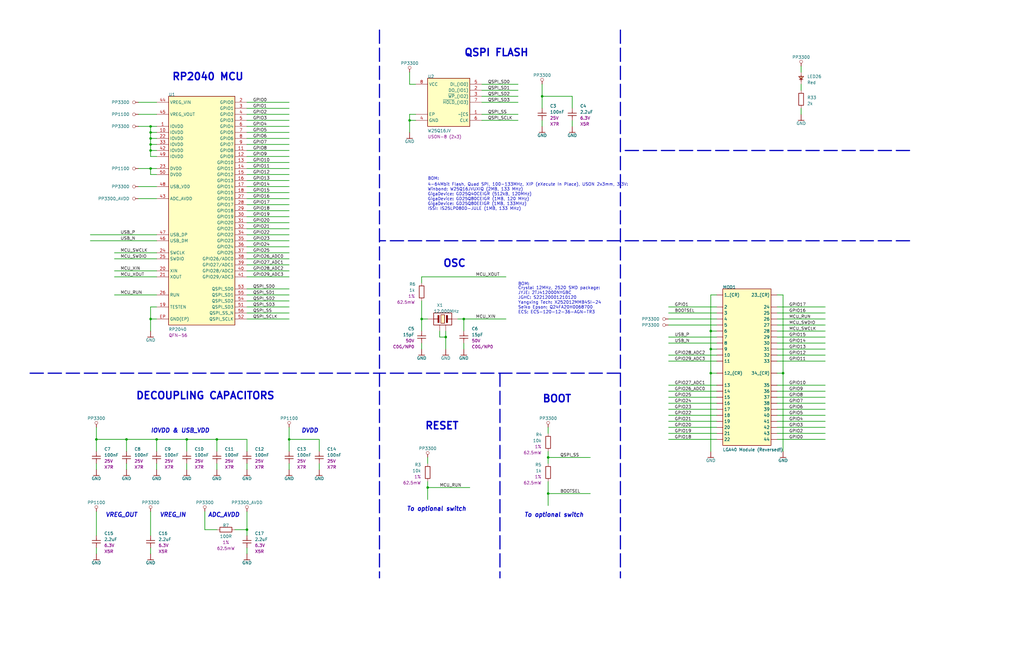
<source format=kicad_sch>
(kicad_sch (version 20211123) (generator eeschema)
  (paper "B")
  (title_block (title "Femto - RP2040 Carrier Board"))
  (junction (at 40.64 185.42))
  (junction (at 177.8 134.62))
  (junction (at 330.2 157.48))
  (junction (at 63.5 63.5))
  (junction (at 299.72 139.7))
  (junction (at 66.04 185.42))
  (junction (at 195.58 134.62))
  (junction (at 228.6 40.64))
  (junction (at 63.5 134.62))
  (junction (at 121.92 185.42))
  (junction (at 299.72 147.32))
  (junction (at 63.5 55.88))
  (junction (at 78.74 185.42))
  (junction (at 63.5 60.96))
  (junction (at 63.5 53.34))
  (junction (at 231.14 208.28))
  (junction (at 180.34 205.74))
  (junction (at 187.96 142.24))
  (junction (at 53.34 185.42))
  (junction (at 104.14 223.52))
  (junction (at 172.72 50.8))
  (junction (at 91.44 185.42))
  (junction (at 63.5 58.42))
  (junction (at 231.14 193.04))
  (junction (at 63.5 71.12))
  (junction (at 299.72 157.48))
  (wire (pts (xy 337.82 30.48) (xy 337.82 27.94)) (stroke (width 0.254)))
  (wire (pts (xy 347.98 132.08) (xy 327.66 132.08)) (stroke (width 0.254)))
  (wire (pts (xy 86.36 223.52) (xy 86.36 215.9)) (stroke (width 0.254)))
  (wire (pts (xy 185.42 139.7) (xy 185.42 142.24)) (stroke (width 0.254)))
  (wire (pts (xy 66.04 53.34) (xy 63.5 53.34)) (stroke (width 0.254)))
  (polyline (pts (xy 383.54 101.6) (xy 261.62 101.6)) (stroke (width 0.508)))
  (wire (pts (xy 121.92 48.26) (xy 104.14 48.26)) (stroke (width 0.254)))
  (wire (pts (xy 327.66 185.42) (xy 347.98 185.42)) (stroke (width 0.254)))
  (wire (pts (xy 66.04 58.42) (xy 63.5 58.42)) (stroke (width 0.254)))
  (wire (pts (xy 66.04 134.62) (xy 63.5 134.62)) (stroke (width 0.254)))
  (wire (pts (xy 66.04 195.58) (xy 66.04 198.12)) (stroke (width 0.254)))
  (wire (pts (xy 177.8 139.7) (xy 177.8 134.62)) (stroke (width 0.254)))
  (wire (pts (xy 347.98 139.7) (xy 327.66 139.7)) (stroke (width 0.254)))
  (wire (pts (xy 66.04 48.26) (xy 58.42 48.26)) (stroke (width 0.254)))
  (wire (pts (xy 327.66 157.48) (xy 330.2 157.48)) (stroke (width 0.254)))
  (wire (pts (xy 231.14 180.34) (xy 231.14 182.88)) (stroke (width 0.254)))
  (wire (pts (xy 104.14 223.52) (xy 99.06 223.52)) (stroke (width 0.254)))
  (wire (pts (xy 66.04 114.3) (xy 48.26 114.3)) (stroke (width 0.254)))
  (wire (pts (xy 66.04 55.88) (xy 63.5 55.88)) (stroke (width 0.254)))
  (wire (pts (xy 330.2 157.48) (xy 330.2 190.5)) (stroke (width 0.254)))
  (polyline (pts (xy 383.54 63.5) (xy 261.62 63.5)) (stroke (width 0.508)))
  (wire (pts (xy 66.04 109.22) (xy 48.26 109.22)) (stroke (width 0.254)))
  (wire (pts (xy 121.92 45.72) (xy 104.14 45.72)) (stroke (width 0.254)))
  (wire (pts (xy 172.72 35.56) (xy 172.72 30.48)) (stroke (width 0.254)))
  (wire (pts (xy 177.8 116.84) (xy 213.36 116.84)) (stroke (width 0.254)))
  (wire (pts (xy 203.2 48.26) (xy 218.44 48.26)) (stroke (width 0.254)))
  (wire (pts (xy 40.64 185.42) (xy 40.64 180.34)) (stroke (width 0.254)))
  (wire (pts (xy 121.92 111.76) (xy 104.14 111.76)) (stroke (width 0.254)))
  (wire (pts (xy 40.64 231.14) (xy 40.64 233.68)) (stroke (width 0.254)))
  (wire (pts (xy 104.14 231.14) (xy 104.14 233.68)) (stroke (width 0.254)))
  (wire (pts (xy 302.26 165.1) (xy 281.94 165.1)) (stroke (width 0.254)))
  (wire (pts (xy 347.98 180.34) (xy 327.66 180.34)) (stroke (width 0.254)))
  (wire (pts (xy 330.2 124.46) (xy 330.2 157.48)) (stroke (width 0.254)))
  (wire (pts (xy 134.62 190.5) (xy 134.62 185.42)) (stroke (width 0.254)))
  (wire (pts (xy 121.92 73.66) (xy 104.14 73.66)) (stroke (width 0.254)))
  (wire (pts (xy 281.94 149.86) (xy 302.26 149.86)) (stroke (width 0.254)))
  (wire (pts (xy 121.92 99.06) (xy 104.14 99.06)) (stroke (width 0.254)))
  (wire (pts (xy 66.04 190.5) (xy 66.04 185.42)) (stroke (width 0.254)))
  (wire (pts (xy 231.14 213.36) (xy 231.14 208.28)) (stroke (width 0.254)))
  (wire (pts (xy 228.6 45.72) (xy 228.6 40.64)) (stroke (width 0.254)))
  (wire (pts (xy 121.92 134.62) (xy 104.14 134.62)) (stroke (width 0.254)))
  (wire (pts (xy 78.74 195.58) (xy 78.74 198.12)) (stroke (width 0.254)))
  (polyline (pts (xy 261.62 157.48) (xy 160.02 157.48)) (stroke (width 0.508)))
  (wire (pts (xy 177.8 134.62) (xy 177.8 127)) (stroke (width 0.254)))
  (wire (pts (xy 66.04 106.68) (xy 48.26 106.68)) (stroke (width 0.254)))
  (wire (pts (xy 121.92 91.44) (xy 104.14 91.44)) (stroke (width 0.254)))
  (wire (pts (xy 302.26 180.34) (xy 281.94 180.34)) (stroke (width 0.254)))
  (wire (pts (xy 347.98 167.64) (xy 327.66 167.64)) (stroke (width 0.254)))
  (wire (pts (xy 347.98 137.16) (xy 327.66 137.16)) (stroke (width 0.254)))
  (wire (pts (xy 66.04 60.96) (xy 63.5 60.96)) (stroke (width 0.254)))
  (wire (pts (xy 121.92 116.84) (xy 104.14 116.84)) (stroke (width 0.254)))
  (wire (pts (xy 121.92 53.34) (xy 104.14 53.34)) (stroke (width 0.254)))
  (wire (pts (xy 38.1 99.06) (xy 66.04 99.06)) (stroke (width 0.254)))
  (wire (pts (xy 302.26 172.72) (xy 281.94 172.72)) (stroke (width 0.254)))
  (wire (pts (xy 104.14 215.9) (xy 104.14 223.52)) (stroke (width 0.254)))
  (wire (pts (xy 66.04 63.5) (xy 63.5 63.5)) (stroke (width 0.254)))
  (wire (pts (xy 63.5 134.62) (xy 63.5 139.7)) (stroke (width 0.254)))
  (wire (pts (xy 63.5 53.34) (xy 58.42 53.34)) (stroke (width 0.254)))
  (wire (pts (xy 347.98 162.56) (xy 327.66 162.56)) (stroke (width 0.254)))
  (wire (pts (xy 177.8 119.38) (xy 177.8 116.84)) (stroke (width 0.254)))
  (wire (pts (xy 121.92 83.82) (xy 104.14 83.82)) (stroke (width 0.254)))
  (wire (pts (xy 40.64 226.06) (xy 40.64 215.9)) (stroke (width 0.254)))
  (wire (pts (xy 327.66 152.4) (xy 347.98 152.4)) (stroke (width 0.254)))
  (wire (pts (xy 302.26 134.62) (xy 281.94 134.62)) (stroke (width 0.254)))
  (polyline (pts (xy 210.82 157.48) (xy 210.82 243.84)) (stroke (width 0.508)))
  (wire (pts (xy 299.72 147.32) (xy 299.72 157.48)) (stroke (width 0.254)))
  (wire (pts (xy 134.62 195.58) (xy 134.62 198.12)) (stroke (width 0.254)))
  (wire (pts (xy 347.98 177.8) (xy 327.66 177.8)) (stroke (width 0.254)))
  (wire (pts (xy 121.92 93.98) (xy 104.14 93.98)) (stroke (width 0.254)))
  (wire (pts (xy 121.92 68.58) (xy 104.14 68.58)) (stroke (width 0.254)))
  (wire (pts (xy 299.72 124.46) (xy 299.72 139.7)) (stroke (width 0.254)))
  (wire (pts (xy 228.6 50.8) (xy 228.6 53.34)) (stroke (width 0.254)))
  (wire (pts (xy 121.92 96.52) (xy 104.14 96.52)) (stroke (width 0.254)))
  (wire (pts (xy 121.92 127) (xy 104.14 127)) (stroke (width 0.254)))
  (wire (pts (xy 302.26 170.18) (xy 281.94 170.18)) (stroke (width 0.254)))
  (wire (pts (xy 63.5 129.54) (xy 63.5 134.62)) (stroke (width 0.254)))
  (wire (pts (xy 121.92 78.74) (xy 104.14 78.74)) (stroke (width 0.254)))
  (wire (pts (xy 121.92 81.28) (xy 104.14 81.28)) (stroke (width 0.254)))
  (wire (pts (xy 175.26 48.26) (xy 172.72 48.26)) (stroke (width 0.254)))
  (wire (pts (xy 66.04 43.18) (xy 58.42 43.18)) (stroke (width 0.254)))
  (wire (pts (xy 66.04 129.54) (xy 63.5 129.54)) (stroke (width 0.254)))
  (wire (pts (xy 53.34 195.58) (xy 53.34 198.12)) (stroke (width 0.254)))
  (wire (pts (xy 121.92 109.22) (xy 104.14 109.22)) (stroke (width 0.254)))
  (wire (pts (xy 177.8 144.78) (xy 177.8 147.32)) (stroke (width 0.254)))
  (wire (pts (xy 195.58 144.78) (xy 195.58 147.32)) (stroke (width 0.254)))
  (wire (pts (xy 195.58 134.62) (xy 213.36 134.62)) (stroke (width 0.254)))
  (wire (pts (xy 185.42 142.24) (xy 187.96 142.24)) (stroke (width 0.254)))
  (wire (pts (xy 327.66 182.88) (xy 347.98 182.88)) (stroke (width 0.254)))
  (wire (pts (xy 231.14 193.04) (xy 248.92 193.04)) (stroke (width 0.254)))
  (wire (pts (xy 121.92 71.12) (xy 104.14 71.12)) (stroke (width 0.254)))
  (wire (pts (xy 327.66 149.86) (xy 347.98 149.86)) (stroke (width 0.254)))
  (wire (pts (xy 203.2 40.64) (xy 218.44 40.64)) (stroke (width 0.254)))
  (wire (pts (xy 40.64 185.42) (xy 40.64 190.5)) (stroke (width 0.254)))
  (wire (pts (xy 327.66 124.46) (xy 330.2 124.46)) (stroke (width 0.254)))
  (wire (pts (xy 66.04 116.84) (xy 48.26 116.84)) (stroke (width 0.254)))
  (wire (pts (xy 203.2 50.8) (xy 218.44 50.8)) (stroke (width 0.254)))
  (wire (pts (xy 347.98 172.72) (xy 327.66 172.72)) (stroke (width 0.254)))
  (wire (pts (xy 63.5 55.88) (xy 63.5 53.34)) (stroke (width 0.254)))
  (wire (pts (xy 66.04 124.46) (xy 48.26 124.46)) (stroke (width 0.254)))
  (wire (pts (xy 63.5 60.96) (xy 63.5 58.42)) (stroke (width 0.254)))
  (wire (pts (xy 231.14 193.04) (xy 231.14 195.58)) (stroke (width 0.254)))
  (wire (pts (xy 91.44 190.5) (xy 91.44 185.42)) (stroke (width 0.254)))
  (wire (pts (xy 121.92 124.46) (xy 104.14 124.46)) (stroke (width 0.254)))
  (wire (pts (xy 104.14 195.58) (xy 104.14 198.12)) (stroke (width 0.254)))
  (polyline (pts (xy 261.62 101.6) (xy 160.02 101.6)) (stroke (width 0.508)))
  (wire (pts (xy 104.14 185.42) (xy 91.44 185.42)) (stroke (width 0.254)))
  (wire (pts (xy 302.26 129.54) (xy 281.94 129.54)) (stroke (width 0.254)))
  (polyline (pts (xy 160.02 12.7) (xy 160.02 243.84)) (stroke (width 0.508)))
  (wire (pts (xy 63.5 226.06) (xy 63.5 215.9)) (stroke (width 0.254)))
  (wire (pts (xy 172.72 50.8) (xy 172.72 55.88)) (stroke (width 0.254)))
  (wire (pts (xy 121.92 190.5) (xy 121.92 185.42)) (stroke (width 0.254)))
  (wire (pts (xy 347.98 165.1) (xy 327.66 165.1)) (stroke (width 0.254)))
  (wire (pts (xy 347.98 147.32) (xy 327.66 147.32)) (stroke (width 0.254)))
  (wire (pts (xy 63.5 58.42) (xy 63.5 55.88)) (stroke (width 0.254)))
  (wire (pts (xy 302.26 142.24) (xy 281.94 142.24)) (stroke (width 0.254)))
  (wire (pts (xy 337.82 38.1) (xy 337.82 35.56)) (stroke (width 0.254)))
  (wire (pts (xy 302.26 182.88) (xy 281.94 182.88)) (stroke (width 0.254)))
  (wire (pts (xy 302.26 175.26) (xy 281.94 175.26)) (stroke (width 0.254)))
  (wire (pts (xy 203.2 43.18) (xy 218.44 43.18)) (stroke (width 0.254)))
  (wire (pts (xy 187.96 142.24) (xy 187.96 139.7)) (stroke (width 0.254)))
  (wire (pts (xy 121.92 43.18) (xy 104.14 43.18)) (stroke (width 0.254)))
  (wire (pts (xy 172.72 48.26) (xy 172.72 50.8)) (stroke (width 0.254)))
  (wire (pts (xy 121.92 60.96) (xy 104.14 60.96)) (stroke (width 0.254)))
  (wire (pts (xy 302.26 144.78) (xy 281.94 144.78)) (stroke (width 0.254)))
  (wire (pts (xy 231.14 190.5) (xy 231.14 193.04)) (stroke (width 0.254)))
  (wire (pts (xy 66.04 78.74) (xy 58.42 78.74)) (stroke (width 0.254)))
  (wire (pts (xy 121.92 185.42) (xy 121.92 180.34)) (stroke (width 0.254)))
  (wire (pts (xy 66.04 185.42) (xy 53.34 185.42)) (stroke (width 0.254)))
  (wire (pts (xy 299.72 157.48) (xy 299.72 190.5)) (stroke (width 0.254)))
  (wire (pts (xy 91.44 195.58) (xy 91.44 198.12)) (stroke (width 0.254)))
  (wire (pts (xy 53.34 185.42) (xy 40.64 185.42)) (stroke (width 0.254)))
  (wire (pts (xy 302.26 185.42) (xy 281.94 185.42)) (stroke (width 0.254)))
  (wire (pts (xy 63.5 71.12) (xy 58.42 71.12)) (stroke (width 0.254)))
  (wire (pts (xy 121.92 101.6) (xy 104.14 101.6)) (stroke (width 0.254)))
  (wire (pts (xy 180.34 205.74) (xy 180.34 203.2)) (stroke (width 0.254)))
  (wire (pts (xy 91.44 223.52) (xy 86.36 223.52)) (stroke (width 0.254)))
  (wire (pts (xy 53.34 190.5) (xy 53.34 185.42)) (stroke (width 0.254)))
  (wire (pts (xy 121.92 66.04) (xy 104.14 66.04)) (stroke (width 0.254)))
  (wire (pts (xy 241.3 50.8) (xy 241.3 53.34)) (stroke (width 0.254)))
  (wire (pts (xy 121.92 132.08) (xy 104.14 132.08)) (stroke (width 0.254)))
  (wire (pts (xy 302.26 137.16) (xy 281.94 137.16)) (stroke (width 0.254)))
  (wire (pts (xy 121.92 106.68) (xy 104.14 106.68)) (stroke (width 0.254)))
  (wire (pts (xy 281.94 152.4) (xy 302.26 152.4)) (stroke (width 0.254)))
  (wire (pts (xy 231.14 208.28) (xy 231.14 203.2)) (stroke (width 0.254)))
  (wire (pts (xy 66.04 66.04) (xy 63.5 66.04)) (stroke (width 0.254)))
  (wire (pts (xy 121.92 58.42) (xy 104.14 58.42)) (stroke (width 0.254)))
  (wire (pts (xy 121.92 195.58) (xy 121.92 198.12)) (stroke (width 0.254)))
  (wire (pts (xy 337.82 45.72) (xy 337.82 48.26)) (stroke (width 0.254)))
  (wire (pts (xy 121.92 104.14) (xy 104.14 104.14)) (stroke (width 0.254)))
  (wire (pts (xy 121.92 129.54) (xy 104.14 129.54)) (stroke (width 0.254)))
  (wire (pts (xy 134.62 185.42) (xy 121.92 185.42)) (stroke (width 0.254)))
  (wire (pts (xy 63.5 231.14) (xy 63.5 233.68)) (stroke (width 0.254)))
  (wire (pts (xy 66.04 73.66) (xy 63.5 73.66)) (stroke (width 0.254)))
  (wire (pts (xy 347.98 142.24) (xy 327.66 142.24)) (stroke (width 0.254)))
  (wire (pts (xy 104.14 223.52) (xy 104.14 226.06)) (stroke (width 0.254)))
  (wire (pts (xy 180.34 210.82) (xy 180.34 205.74)) (stroke (width 0.254)))
  (wire (pts (xy 121.92 76.2) (xy 104.14 76.2)) (stroke (width 0.254)))
  (wire (pts (xy 63.5 73.66) (xy 63.5 71.12)) (stroke (width 0.254)))
  (wire (pts (xy 347.98 144.78) (xy 327.66 144.78)) (stroke (width 0.254)))
  (wire (pts (xy 241.3 40.64) (xy 241.3 45.72)) (stroke (width 0.254)))
  (wire (pts (xy 121.92 86.36) (xy 104.14 86.36)) (stroke (width 0.254)))
  (wire (pts (xy 78.74 190.5) (xy 78.74 185.42)) (stroke (width 0.254)))
  (wire (pts (xy 180.34 195.58) (xy 180.34 193.04)) (stroke (width 0.254)))
  (wire (pts (xy 121.92 121.92) (xy 104.14 121.92)) (stroke (width 0.254)))
  (wire (pts (xy 38.1 101.6) (xy 66.04 101.6)) (stroke (width 0.254)))
  (wire (pts (xy 228.6 40.64) (xy 228.6 35.56)) (stroke (width 0.254)))
  (polyline (pts (xy 12.7 157.48) (xy 160.02 157.48)) (stroke (width 0.508)))
  (wire (pts (xy 302.26 177.8) (xy 281.94 177.8)) (stroke (width 0.254)))
  (wire (pts (xy 121.92 50.8) (xy 104.14 50.8)) (stroke (width 0.254)))
  (wire (pts (xy 180.34 134.62) (xy 177.8 134.62)) (stroke (width 0.254)))
  (wire (pts (xy 302.26 124.46) (xy 299.72 124.46)) (stroke (width 0.254)))
  (wire (pts (xy 66.04 71.12) (xy 63.5 71.12)) (stroke (width 0.254)))
  (wire (pts (xy 302.26 162.56) (xy 281.94 162.56)) (stroke (width 0.254)))
  (wire (pts (xy 78.74 185.42) (xy 66.04 185.42)) (stroke (width 0.254)))
  (wire (pts (xy 121.92 63.5) (xy 104.14 63.5)) (stroke (width 0.254)))
  (wire (pts (xy 63.5 63.5) (xy 63.5 60.96)) (stroke (width 0.254)))
  (wire (pts (xy 302.26 132.08) (xy 281.94 132.08)) (stroke (width 0.254)))
  (wire (pts (xy 91.44 185.42) (xy 78.74 185.42)) (stroke (width 0.254)))
  (wire (pts (xy 203.2 35.56) (xy 218.44 35.56)) (stroke (width 0.254)))
  (wire (pts (xy 347.98 134.62) (xy 327.66 134.62)) (stroke (width 0.254)))
  (wire (pts (xy 302.26 157.48) (xy 299.72 157.48)) (stroke (width 0.254)))
  (wire (pts (xy 180.34 205.74) (xy 198.12 205.74)) (stroke (width 0.254)))
  (wire (pts (xy 40.64 195.58) (xy 40.64 198.12)) (stroke (width 0.254)))
  (wire (pts (xy 121.92 55.88) (xy 104.14 55.88)) (stroke (width 0.254)))
  (wire (pts (xy 203.2 38.1) (xy 218.44 38.1)) (stroke (width 0.254)))
  (wire (pts (xy 175.26 35.56) (xy 172.72 35.56)) (stroke (width 0.254)))
  (wire (pts (xy 104.14 190.5) (xy 104.14 185.42)) (stroke (width 0.254)))
  (wire (pts (xy 302.26 167.64) (xy 281.94 167.64)) (stroke (width 0.254)))
  (wire (pts (xy 66.04 83.82) (xy 58.42 83.82)) (stroke (width 0.254)))
  (wire (pts (xy 63.5 66.04) (xy 63.5 63.5)) (stroke (width 0.254)))
  (wire (pts (xy 187.96 142.24) (xy 187.96 147.32)) (stroke (width 0.254)))
  (wire (pts (xy 347.98 175.26) (xy 327.66 175.26)) (stroke (width 0.254)))
  (wire (pts (xy 347.98 129.54) (xy 327.66 129.54)) (stroke (width 0.254)))
  (wire (pts (xy 121.92 88.9) (xy 104.14 88.9)) (stroke (width 0.254)))
  (wire (pts (xy 302.26 147.32) (xy 299.72 147.32)) (stroke (width 0.254)))
  (wire (pts (xy 121.92 114.3) (xy 104.14 114.3)) (stroke (width 0.254)))
  (wire (pts (xy 195.58 139.7) (xy 195.58 134.62)) (stroke (width 0.254)))
  (wire (pts (xy 299.72 139.7) (xy 299.72 147.32)) (stroke (width 0.254)))
  (wire (pts (xy 193.04 134.62) (xy 195.58 134.62)) (stroke (width 0.254)))
  (wire (pts (xy 228.6 40.64) (xy 241.3 40.64)) (stroke (width 0.254)))
  (wire (pts (xy 175.26 50.8) (xy 172.72 50.8)) (stroke (width 0.254)))
  (polyline (pts (xy 261.62 12.7) (xy 261.62 243.84)) (stroke (width 0.508)))
  (wire (pts (xy 302.26 139.7) (xy 299.72 139.7)) (stroke (width 0.254)))
  (wire (pts (xy 231.14 208.28) (xy 248.92 208.28)) (stroke (width 0.254)))
  (wire (pts (xy 347.98 170.18) (xy 327.66 170.18)) (stroke (width 0.254)))
  (text "To optional switch" (at 220.98 218.44 180) (effects (font (size 1.778 1.778) bold italic) (justify left bottom)))
  (text "ADC_AVDD" (at 87.63 218.44 180) (effects (font (size 1.778 1.778) bold italic) (justify left bottom)))
  (text "OSC" (at 186.69 113.03 180) (effects (font (size 3.048 3.048) bold) (justify left bottom)))
  (text "VREG_IN" (at 67.31 218.44 180) (effects (font (size 1.778 1.778) bold italic) (justify left bottom)))
  (text "RP2040 MCU" (at 72.39 34.29 180) (effects (font (size 3.048 3.048) bold) (justify left bottom)))
  (text "To optional switch" (at 171.45 215.9 180) (effects (font (size 1.778 1.778) bold italic) (justify left bottom)))
  (text "VREG_OUT" (at 44.45 218.44 180) (effects (font (size 1.778 1.778) bold italic) (justify left bottom)))
  (text "DVDD" (at 127 182.88 180) (effects (font (size 1.778 1.778) bold italic) (justify left bottom)))
  (text "IOVDD & USB_VDD" (at 63.5 182.88 180) (effects (font (size 1.778 1.778) bold italic) (justify left bottom)))
  (text "BOOT" (at 228.6 170.18 180) (effects (font (size 3.048 3.048) bold) (justify left bottom)))
  (text "QSPI FLASH" (at 195.58 24.13 180) (effects (font (size 3.048 3.048) bold) (justify left bottom)))
  (text "BOM:" (at 180.34 76.2 180) (effects (font (size 1.27 1.27)) (justify left bottom)))
  (text "4-64Mbit Flash, Quad SPI, 100-133MHz, XIP (eXecute In Place), USON 2x3mm, 3.3V: \nWinbond: W25Q16JVUXIQ (2MB, 133 MHz)\nGigaDevice: GD25Q40CEIGR (512kB, 120MHz)\nGigaDevice: GD25Q80CEIGR (1MB, 120 MHz)\nGigaDevice: GD25Q80EEIGR (1MB, 133MHz) \nISSI: IS25LP080D-JULE (1MB, 133 MHz)" (at 180.34 88.9 0) (effects (font (size 1.27 1.27)) (justify left bottom)))
  (text "BOM:" (at 218.44 120.65 180) (effects (font (size 1.27 1.27)) (justify left bottom)))
  (text "Crystal 12MHz, 2520 SMD package:\nJYJE: 2TJ412000NYGBC\nJGHC: S22120001210120\nYangxing Tech: X252012MMB4SI-24\nSeiko Epson: Q24FA20H0068700\nECS: ECS-120-12-36-AGN-TR3\n\n" (at 218.44 134.62 0) (effects (font (size 1.27 1.27)) (justify left bottom)))
  (text "DECOUPLING CAPACITORS" (at 57.15 168.91 180) (effects (font (size 3.048 3.048) bold) (justify left bottom)))
  (text "RESET" (at 179.07 181.61 180) (effects (font (size 3.048 3.048) bold) (justify left bottom)))
  (label "GPIO29_ADC3" (at 106.68 116.84 0))
  (label "GPIO23" (at 284.48 172.72 0))
  (label "GPIO4" (at 106.68 53.34 0))
  (label "GPIO9" (at 332.74 165.1 0))
  (label "GPIO19" (at 106.68 91.44 0))
  (label "USB_N" (at 50.8 101.6 0))
  (label "GPIO2" (at 332.74 182.88 0))
  (label "GPIO10" (at 106.68 68.58 0))
  (label "GPIO15" (at 106.68 81.28 0))
  (label "GPIO20" (at 284.48 180.34 0))
  (label "GPIO16" (at 332.74 132.08 0))
  (label "BOOTSEL" (at 236.22 208.28 0))
  (label "GPIO7" (at 332.74 170.18 0))
  (label "QSPI_SS" (at 205.74 48.26 0))
  (label "GPIO13" (at 332.74 147.32 0))
  (label "GPIO12" (at 332.74 149.86 0))
  (label "QSPI_SD2" (at 106.68 127 0))
  (label "QSPI_SD2" (at 205.74 40.64 0))
  (label "USB_N" (at 284.48 144.78 0))
  (label "GPIO25" (at 284.48 167.64 0))
  (label "GPIO25" (at 106.68 106.68 0))
  (label "GPIO22" (at 106.68 99.06 0))
  (label "GPIO20" (at 106.68 93.98 0))
  (label "QSPI_SD0" (at 205.74 35.56 0))
  (label "GPIO17" (at 106.68 86.36 0))
  (label "GPIO8" (at 106.68 63.5 0))
  (label "GPIO5" (at 106.68 55.88 0))
  (label "GPIO24" (at 106.68 104.14 0))
  (label "MCU_XIN" (at 50.8 114.3 0))
  (label "GPIO26_ADC0" (at 106.68 109.22 0))
  (label "GPIO22" (at 284.48 175.26 0))
  (label "USB_P" (at 284.48 142.24 0))
  (label "GPIO28_ADC2" (at 106.68 114.3 0))
  (label "QSPI_SS" (at 106.68 132.08 0))
  (label "QSPI_SD1" (at 106.68 124.46 0))
  (label "GPIO2" (at 106.68 48.26 0))
  (label "GPIO16" (at 106.68 83.82 0))
  (label "GPIO0" (at 332.74 185.42 0))
  (label "GPIO13" (at 106.68 76.2 0))
  (label "GPIO7" (at 106.68 60.96 0))
  (label "GPIO21" (at 106.68 96.52 0))
  (label "GPIO6" (at 106.68 58.42 0))
  (label "MCU_RUN" (at 332.74 134.62 0))
  (label "GPIO18" (at 106.68 88.9 0))
  (label "GPIO6" (at 332.74 172.72 0))
  (label "QSPI_SD3" (at 106.68 129.54 0))
  (label "GPIO21" (at 284.48 177.8 0))
  (label "QSPI_SCLK" (at 106.68 134.62 0))
  (label "QSPI_SCLK" (at 205.74 50.8 0))
  (label "GPIO18" (at 284.48 185.42 0))
  (label "QSPI_SD0" (at 106.68 121.92 0))
  (label "GPIO17" (at 332.74 129.54 0))
  (label "GPIO3" (at 106.68 50.8 0))
  (label "MCU_XOUT" (at 200.66 116.84 0))
  (label "GPIO29_ADC3" (at 284.48 152.4 0))
  (label "MCU_RUN" (at 50.8 124.46 0))
  (label "MCU_XIN" (at 200.66 134.62 0))
  (label "USB_P" (at 50.8 99.06 0))
  (label "GPIO27_ADC1" (at 284.48 162.56 0))
  (label "GPIO0" (at 106.68 43.18 0))
  (label "GPIO1" (at 106.68 45.72 0))
  (label "QSPI_SD1" (at 205.74 38.1 0))
  (label "MCU_SWDIO" (at 50.8 109.22 0))
  (label "GPIO5" (at 332.74 175.26 0))
  (label "GPIO3" (at 332.74 180.34 0))
  (label "GPIO10" (at 332.74 162.56 0))
  (label "GPIO8" (at 332.74 167.64 0))
  (label "GPIO24" (at 284.48 170.18 0))
  (label "MCU_SWCLK" (at 50.8 106.68 0))
  (label "MCU_XOUT" (at 50.8 116.84 0))
  (label "BOOTSEL" (at 284.48 132.08 0))
  (label "GPIO9" (at 106.68 66.04 0))
  (label "GPIO11" (at 332.74 152.4 0))
  (label "GPIO26_ADC0" (at 284.48 165.1 0))
  (label "GPIO12" (at 106.68 73.66 0))
  (label "GPIO11" (at 106.68 71.12 0))
  (label "GPIO1" (at 284.48 129.54 0))
  (label "MCU_SWCLK" (at 332.74 139.7 0))
  (label "GPIO14" (at 106.68 78.74 0))
  (label "GPIO15" (at 332.74 142.24 0))
  (label "MCU_RUN" (at 185.42 205.74 0))
  (label "GPIO19" (at 284.48 182.88 0))
  (label "QSPI_SS" (at 236.22 193.04 0))
  (label "GPIO23" (at 106.68 101.6 0))
  (label "GPIO14" (at 332.74 144.78 0))
  (label "MCU_SWDIO" (at 332.74 137.16 0))
  (label "GPIO4" (at 332.74 177.8 0))
  (label "QSPI_SD3" (at 205.74 43.18 0))
  (label "GPIO28_ADC2" (at 284.48 149.86 0))
  (label "GPIO27_ADC1" (at 106.68 111.76 0))
  (symbol (lib_id "Femto_module-altium-import:PP3300") (at 231.14 180.34 180) (unit 1)
    (property "Reference" "#PWR0126" (effects hide))
    (property "Value" "PP3300" (at 231.14 176.53 0))
  )
  (symbol (lib_id "Femto_module-altium-import:GND") (at 172.72 55.88 0) (unit 1)
    (property "Reference" "#PWR0139" (effects hide))
    (property "Value" "GND" (at 172.72 59.69 0))
  )
  (symbol (lib_id "Femto_module-altium-import:GND") (at 121.92 198.12 0) (unit 1)
    (property "Reference" "#PWR0116" (effects hide))
    (property "Value" "GND" (at 121.92 201.93 0))
  )
  (symbol (lib_id "Femto_module-altium-import:GND") (at 63.5 139.7 0) (unit 1)
    (property "Reference" "#PWR0103" (effects hide))
    (property "Value" "GND" (at 63.5 143.51 0))
  )
  (symbol (lib_id "Femto_module-altium-import:PP1100") (at 58.42 71.12 270) (unit 1)
    (property "Reference" "#PWR0109" (effects hide))
    (property "Value" "PP1100" (at 54.61 71.12 90) (effects (justify right)))
  )
  (symbol (lib_id "Femto_module-altium-import:GND") (at 104.14 198.12 0) (unit 1)
    (property "Reference" "#PWR0115" (effects hide))
    (property "Value" "GND" (at 104.14 201.93 0))
  )
  (symbol (lib_id "Femto_module-altium-import:GND") (at 53.34 198.12 0) (unit 1)
    (property "Reference" "#PWR0114" (effects hide))
    (property "Value" "GND" (at 53.34 201.93 0))
  )
  (symbol (lib_id "Femto_module-altium-import:1_CAP") (at 63.5 231.14 0) (unit 1)
    (property "Reference" "C16" (at 66.802 225.806 0) (effects (justify left bottom)))
    (property "Value" "2.2uF" (at 66.802 228.346 0) (effects (justify left bottom)))
    (property "Footprint" "MirFol_db_local.DbLib:CAP_0402_R" (effects hide))
    (property "ID" "CAP-0026" (effects hide))
    (property "COMPONENT TYPE" "Capacitor" (effects hide))
    (property "COMPONENT SUBTYPE" "MLCC" (effects hide))
    (property "ALTIUM_VALUE" "2.2uF" (effects hide))
    (property "MANUFACTURER" "Samsung Electro-Mechanics" (effects hide))
    (property "MPN" "CL05A225MQ5NNNC" (effects hide))
    (property "MOUNTING TYPE" "SMD" (effects hide))
    (property "PACKAGE (CASE)" "0402 (1005)" (effects hide))
    (property "COMPONENT BODY" "1.00 x 0.50mm" (effects hide))
    (property "COMPONENT HEIGHT" "TBD" (effects hide))
    (property "PACKAGING TYPE" "TBD" (effects hide))
    (property "ROHS STATUS" "TBD" (effects hide))
    (property "OPERATING TEMPERATURE" "TBD" (effects hide))
    (property "CAPACITANCE" "2.2uF" (effects hide))
    (property "VOLTAGE RATING" "6.3V" (at 66.802 230.886 0) (effects (justify left bottom)))
    (property "DIELECTRIC" "X5R" (at 66.802 233.426 0) (effects (justify left bottom)))
    (property "TOLERANCE" "TBD" (effects hide))
    (property "FEATURES" "TBD" (effects hide))
    (property "SUPPLIER 1" "LCSC" (effects hide))
    (property "SUPPLIER 2" "Farnell" (effects hide))
    (property "SUPPLIER PART NUMBER 1" "C107371" (effects hide))
    (property "SUPPLIER PART NUMBER 2" "3013335" (effects hide))
    (property "SUPPLIER 3" "Mouser" (effects hide))
    (property "SUPPLIER PART NUMBER 3" "187-CL05A225MQ5NNNC" (effects hide))
  )
  (symbol (lib_id "Femto_module-altium-import:GND") (at 177.8 147.32 0) (unit 1)
    (property "Reference" "#PWR0129" (effects hide))
    (property "Value" "GND" (at 177.8 151.13 0))
  )
  (symbol (lib_id "Femto_module-altium-import:1_CAP") (at 228.6 50.8 0) (unit 1)
    (property "Reference" "C3" (at 231.902 45.466 0) (effects (justify left bottom)))
    (property "Value" "100nF" (at 231.902 48.006 0) (effects (justify left bottom)))
    (property "Footprint" "MirFol_db_local.DbLib:CAP_0402_R" (effects hide))
    (property "ID" "CAP-0026" (effects hide))
    (property "COMPONENT TYPE" "Capacitor" (effects hide))
    (property "COMPONENT SUBTYPE" "MLCC" (effects hide))
    (property "ALTIUM_VALUE" "100nF" (effects hide))
    (property "MANUFACTURER" "Samsung Electro-Mechanics" (effects hide))
    (property "MPN" "CL05B104KA5NNNC" (effects hide))
    (property "MOUNTING TYPE" "SMD" (effects hide))
    (property "PACKAGE (CASE)" "0402 (1005)" (effects hide))
    (property "COMPONENT BODY" "1.00 x 0.50mm" (effects hide))
    (property "COMPONENT HEIGHT" "TBD" (effects hide))
    (property "PACKAGING TYPE" "TBD" (effects hide))
    (property "ROHS STATUS" "TBD" (effects hide))
    (property "OPERATING TEMPERATURE" "TBD" (effects hide))
    (property "CAPACITANCE" "100nF" (effects hide))
    (property "VOLTAGE RATING" "25V" (at 231.902 50.546 0) (effects (justify left bottom)))
    (property "DIELECTRIC" "X7R" (at 231.902 53.086 0) (effects (justify left bottom)))
    (property "TOLERANCE" "TBD" (effects hide))
    (property "FEATURES" "TBD" (effects hide))
    (property "SUPPLIER 1" "LCSC" (effects hide))
    (property "SUPPLIER 2" "Farnell" (effects hide))
    (property "SUPPLIER PART NUMBER 1" "C155422" (effects hide))
    (property "SUPPLIER PART NUMBER 2" "2496772" (effects hide))
    (property "SUPPLIER 3" "Mouser" (effects hide))
    (property "SUPPLIER PART NUMBER 3" "187-CL05B104KA5NNNC" (effects hide))
  )
  (symbol (lib_id "Femto_module-altium-import:PP3300") (at 58.42 43.18 270) (unit 1)
    (property "Reference" "#PWR0106" (effects hide))
    (property "Value" "PP3300" (at 54.61 43.18 90) (effects (justify right)))
  )
  (symbol (lib_id "Femto_module-altium-import:PP3300") (at 281.94 137.16 270) (unit 1)
    (property "Reference" "#PWR0135" (effects hide))
    (property "Value" "PP3300" (at 278.13 137.16 90) (effects (justify right)))
  )
  (symbol (lib_id "Femto_module-altium-import:1_CAP") (at 134.62 195.58 0) (unit 1)
    (property "Reference" "C14" (at 137.922 190.246 0) (effects (justify left bottom)))
    (property "Value" "100nF" (at 137.922 192.786 0) (effects (justify left bottom)))
    (property "Footprint" "MirFol_db_local.DbLib:CAP_0402_R" (effects hide))
    (property "ID" "CAP-0026" (effects hide))
    (property "COMPONENT TYPE" "Capacitor" (effects hide))
    (property "COMPONENT SUBTYPE" "MLCC" (effects hide))
    (property "ALTIUM_VALUE" "100nF" (effects hide))
    (property "MANUFACTURER" "Samsung Electro-Mechanics" (effects hide))
    (property "MPN" "CL05B104KA5NNNC" (effects hide))
    (property "MOUNTING TYPE" "SMD" (effects hide))
    (property "PACKAGE (CASE)" "0402 (1005)" (effects hide))
    (property "COMPONENT BODY" "1.00 x 0.50mm" (effects hide))
    (property "COMPONENT HEIGHT" "TBD" (effects hide))
    (property "PACKAGING TYPE" "TBD" (effects hide))
    (property "ROHS STATUS" "TBD" (effects hide))
    (property "OPERATING TEMPERATURE" "TBD" (effects hide))
    (property "CAPACITANCE" "100nF" (effects hide))
    (property "VOLTAGE RATING" "25V" (at 137.922 195.326 0) (effects (justify left bottom)))
    (property "DIELECTRIC" "X7R" (at 137.922 197.866 0) (effects (justify left bottom)))
    (property "TOLERANCE" "TBD" (effects hide))
    (property "FEATURES" "TBD" (effects hide))
    (property "SUPPLIER 1" "LCSC" (effects hide))
    (property "SUPPLIER 2" "Farnell" (effects hide))
    (property "SUPPLIER PART NUMBER 1" "C155422" (effects hide))
    (property "SUPPLIER PART NUMBER 2" "2496772" (effects hide))
    (property "SUPPLIER 3" "Mouser" (effects hide))
    (property "SUPPLIER PART NUMBER 3" "187-CL05B104KA5NNNC" (effects hide))
  )
  (symbol (lib_id "Femto_module-altium-import:1_CAP") (at 177.8 144.78 0) (unit 1)
    (property "Reference" "C5" (at 174.752 139.446 0) (effects (justify right bottom)))
    (property "Value" "15pF" (at 174.752 141.986 0) (effects (justify right bottom)))
    (property "Footprint" "MirFol_db_local.DbLib:CAP_0402_R" (effects hide))
    (property "ID" "CAP-0026" (effects hide))
    (property "COMPONENT TYPE" "Capacitor" (effects hide))
    (property "COMPONENT SUBTYPE" "MLCC" (effects hide))
    (property "ALTIUM_VALUE" "15pF" (effects hide))
    (property "MANUFACTURER" "KEMET Corporation" (effects hide))
    (property "MPN" "C0402C150J5GACTU" (effects hide))
    (property "MOUNTING TYPE" "SMD" (effects hide))
    (property "PACKAGE (CASE)" "0402 (1005)" (effects hide))
    (property "COMPONENT BODY" "1.00 x 0.50mm" (effects hide))
    (property "COMPONENT HEIGHT" "TBD" (effects hide))
    (property "PACKAGING TYPE" "TBD" (effects hide))
    (property "ROHS STATUS" "TBD" (effects hide))
    (property "OPERATING TEMPERATURE" "TBD" (effects hide))
    (property "CAPACITANCE" "15pF" (effects hide))
    (property "VOLTAGE RATING" "50V" (at 174.752 144.526 0) (effects (justify right bottom)))
    (property "DIELECTRIC" "C0G/NP0" (at 174.752 147.066 0) (effects (justify right bottom)))
    (property "TOLERANCE" "TBD" (effects hide))
    (property "FEATURES" "TBD" (effects hide))
    (property "SUPPLIER 1" "LCSC" (effects hide))
    (property "SUPPLIER 2" "Farnell" (effects hide))
    (property "SUPPLIER PART NUMBER 1" "C106997" (effects hide))
    (property "SUPPLIER PART NUMBER 2" "1414577" (effects hide))
    (property "SUPPLIER 3" "Mouser" (effects hide))
    (property "SUPPLIER PART NUMBER 3" "80-C0402C150J5G" (effects hide))
  )
  (symbol (lib_id "Femto_module-altium-import:GND") (at 134.62 198.12 0) (unit 1)
    (property "Reference" "#PWR0117" (effects hide))
    (property "Value" "GND" (at 134.62 201.93 0))
  )
  (symbol (lib_id "Femto_module-altium-import:1_CAP") (at 195.58 144.78 0) (unit 1)
    (property "Reference" "C6" (at 198.882 139.446 0) (effects (justify left bottom)))
    (property "Value" "15pF" (at 198.882 141.986 0) (effects (justify left bottom)))
    (property "Footprint" "MirFol_db_local.DbLib:CAP_0402_R" (effects hide))
    (property "ID" "CAP-0026" (effects hide))
    (property "COMPONENT TYPE" "Capacitor" (effects hide))
    (property "COMPONENT SUBTYPE" "MLCC" (effects hide))
    (property "ALTIUM_VALUE" "15pF" (effects hide))
    (property "MANUFACTURER" "KEMET Corporation" (effects hide))
    (property "MPN" "C0402C150J5GACTU" (effects hide))
    (property "MOUNTING TYPE" "SMD" (effects hide))
    (property "PACKAGE (CASE)" "0402 (1005)" (effects hide))
    (property "COMPONENT BODY" "1.00 x 0.50mm" (effects hide))
    (property "COMPONENT HEIGHT" "TBD" (effects hide))
    (property "PACKAGING TYPE" "TBD" (effects hide))
    (property "ROHS STATUS" "TBD" (effects hide))
    (property "OPERATING TEMPERATURE" "TBD" (effects hide))
    (property "CAPACITANCE" "15pF" (effects hide))
    (property "VOLTAGE RATING" "50V" (at 198.882 144.526 0) (effects (justify left bottom)))
    (property "DIELECTRIC" "C0G/NP0" (at 198.882 147.066 0) (effects (justify left bottom)))
    (property "TOLERANCE" "TBD" (effects hide))
    (property "FEATURES" "TBD" (effects hide))
    (property "SUPPLIER 1" "LCSC" (effects hide))
    (property "SUPPLIER 2" "Farnell" (effects hide))
    (property "SUPPLIER PART NUMBER 1" "C106997" (effects hide))
    (property "SUPPLIER PART NUMBER 2" "1414577" (effects hide))
    (property "SUPPLIER 3" "Mouser" (effects hide))
    (property "SUPPLIER PART NUMBER 3" "80-C0402C150J5G" (effects hide))
  )
  (symbol (lib_id "Femto_module-altium-import:GND") (at 195.58 147.32 0) (unit 1)
    (property "Reference" "#PWR0127" (effects hide))
    (property "Value" "GND" (at 195.58 151.13 0))
  )
  (symbol (lib_id "Femto_module-altium-import:PP3300") (at 180.34 193.04 180) (unit 1)
    (property "Reference" "#PWR0125" (effects hide))
    (property "Value" "PP3300" (at 180.34 189.23 0))
  )
  (symbol (lib_id "Femto_module-altium-import:0_ICC_RPI_RP2040_QFN56") (at 71.12 40.64 0) (unit 1)
    (property "Reference" "U1" (at 71.12 40.64 0) (effects (justify left bottom)))
    (property "Value" "RP2040" (at 71.12 139.7 0) (effects (justify left bottom)))
    (property "Footprint" "MirFol_db_local.DbLib:ICC_QFN56_700X700X90_P40_EP_RP2040" (effects hide))
    (property "COMPONENT SUBTYPE" "MCU" (effects hide))
    (property "COMPONENT TYPE" "IC" (effects hide))
    (property "MANUFACTURER" "Raspberry Pi" (effects hide))
    (property "MOUNTING TYPE" "SMD" (effects hide))
    (property "MPN" "RP2040" (effects hide))
    (property "PACKAGE (CASE)" "QFN-56" (at 71.12 142.24 0) (effects (justify left bottom)))
    (property "ALTIUM_VALUE" "RP2040" (effects hide))
    (property "SUPPLIER 1" "LCSC" (effects hide))
    (property "SUPPLIER PART NUMBER 1" "C2040" (effects hide))
    (property "SUPPLIER 2" "Farnell" (effects hide))
    (property "SUPPLIER PART NUMBER 2" "3766082" (effects hide))
    (property "SUPPLIER 3" "Mouser" (effects hide))
    (property "SUPPLIER PART NUMBER 3" "358-RP2040CHIP-7-500" (effects hide))
  )
  (symbol (lib_id "Femto_module-altium-import:GND") (at 104.14 233.68 0) (unit 1)
    (property "Reference" "#PWR0119" (effects hide))
    (property "Value" "GND" (at 104.14 237.49 0))
  )
  (symbol (lib_id "Femto_module-altium-import:GND") (at 63.5 233.68 0) (unit 1)
    (property "Reference" "#PWR0121" (effects hide))
    (property "Value" "GND" (at 63.5 237.49 0))
  )
  (symbol (lib_id "Femto_module-altium-import:GND") (at 330.2 190.5 0) (unit 1)
    (property "Reference" "#PWR0131" (effects hide))
    (property "Value" "GND" (at 330.2 194.31 0))
  )
  (symbol (lib_id "Femto_module-altium-import:PP3300") (at 58.42 78.74 270) (unit 1)
    (property "Reference" "#PWR0104" (effects hide))
    (property "Value" "PP3300" (at 54.61 78.74 90) (effects (justify right)))
  )
  (symbol (lib_id "Femto_module-altium-import:1_CAP") (at 40.64 231.14 0) (unit 1)
    (property "Reference" "C15" (at 43.942 225.806 0) (effects (justify left bottom)))
    (property "Value" "2.2uF" (at 43.942 228.346 0) (effects (justify left bottom)))
    (property "Footprint" "MirFol_db_local.DbLib:CAP_0402_R" (effects hide))
    (property "ID" "CAP-0026" (effects hide))
    (property "COMPONENT TYPE" "Capacitor" (effects hide))
    (property "COMPONENT SUBTYPE" "MLCC" (effects hide))
    (property "ALTIUM_VALUE" "2.2uF" (effects hide))
    (property "MANUFACTURER" "Samsung Electro-Mechanics" (effects hide))
    (property "MPN" "CL05A225MQ5NNNC" (effects hide))
    (property "MOUNTING TYPE" "SMD" (effects hide))
    (property "PACKAGE (CASE)" "0402 (1005)" (effects hide))
    (property "COMPONENT BODY" "1.00 x 0.50mm" (effects hide))
    (property "COMPONENT HEIGHT" "TBD" (effects hide))
    (property "PACKAGING TYPE" "TBD" (effects hide))
    (property "ROHS STATUS" "TBD" (effects hide))
    (property "OPERATING TEMPERATURE" "TBD" (effects hide))
    (property "CAPACITANCE" "2.2uF" (effects hide))
    (property "VOLTAGE RATING" "6.3V" (at 43.942 230.886 0) (effects (justify left bottom)))
    (property "DIELECTRIC" "X5R" (at 43.942 233.426 0) (effects (justify left bottom)))
    (property "TOLERANCE" "TBD" (effects hide))
    (property "FEATURES" "TBD" (effects hide))
    (property "SUPPLIER 1" "LCSC" (effects hide))
    (property "SUPPLIER 2" "Farnell" (effects hide))
    (property "SUPPLIER PART NUMBER 1" "C107371" (effects hide))
    (property "SUPPLIER PART NUMBER 2" "3013335" (effects hide))
    (property "SUPPLIER 3" "Mouser" (effects hide))
    (property "SUPPLIER PART NUMBER 3" "187-CL05A225MQ5NNNC" (effects hide))
  )
  (symbol (lib_id "Femto_module-altium-import:PP1100") (at 40.64 215.9 180) (unit 1)
    (property "Reference" "#PWR0120" (effects hide))
    (property "Value" "PP1100" (at 40.64 212.09 0))
  )
  (symbol (lib_id "Femto_module-altium-import:1_RES") (at 180.34 203.2 0) (unit 1)
    (property "Reference" "R3" (at 177.546 196.85 0) (effects (justify right bottom)))
    (property "Value" "10k" (at 177.546 199.39 0) (effects (justify right bottom)))
    (property "Footprint" "MirFol_db_local.DbLib:RES_0402_R" (effects hide))
    (property "ID" "RES-0004" (effects hide))
    (property "TOLERANCE" "1%" (at 177.546 201.93 0) (effects (justify right bottom)))
    (property "POWER RATING" "62.5mW" (at 177.546 204.47 0) (effects (justify right bottom)))
    (property "COMPONENT TYPE" "Resistor" (effects hide))
    (property "COMPONENT SUBTYPE" "Thick Film" (effects hide))
    (property "ALTIUM_VALUE" "10k" (effects hide))
    (property "MANUFACTURER" "Yageo Corporation" (effects hide))
    (property "MPN" "RC0402FR-0710KL" (effects hide))
    (property "MOUNTING TYPE" "SMD" (effects hide))
    (property "PACKAGE (CASE)" "0402 (1005)" (effects hide))
    (property "COMPONENT BODY" "1.00 x 0.50mm" (effects hide))
    (property "COMPONENT HEIGHT" "0.35mm" (effects hide))
    (property "PACKAGING TYPE" "Tape & Reel" (effects hide))
    (property "ROHS STATUS" "RoHS Compliant" (effects hide))
    (property "OPERATING TEMPERATURE" "-55°C to +155°C" (effects hide))
    (property "RESISTANCE" "10k" (effects hide))
    (property "TCR" "100PPM" (effects hide))
    (property "VOLTAGE RATING" "50V" (effects hide))
    (property "FEATURES" "Standard" (effects hide))
    (property "SUPPLIER 1" "LCSC" (effects hide))
    (property "SUPPLIER 2" "Farnell" (effects hide))
    (property "SUPPLIER PART NUMBER 1" "C60490" (effects hide))
    (property "SUPPLIER PART NUMBER 2" "9239359" (effects hide))
    (property "SUPPLIER 3" "Mouser" (effects hide))
    (property "SUPPLIER PART NUMBER 3" "603-RC0402FR-0710KL" (effects hide))
  )
  (symbol (lib_id "Femto_module-altium-import:PP3300") (at 172.72 30.48 180) (unit 1)
    (property "Reference" "#PWR0140" (effects hide))
    (property "Value" "PP3300" (at 172.72 26.67 0))
  )
  (symbol (lib_id "Femto_module-altium-import:GND") (at 40.64 233.68 0) (unit 1)
    (property "Reference" "#PWR0122" (effects hide))
    (property "Value" "GND" (at 40.64 237.49 0))
  )
  (symbol (lib_id "Femto_module-altium-import:PP3300") (at 281.94 134.62 270) (unit 1)
    (property "Reference" "#PWR0136" (effects hide))
    (property "Value" "PP3300" (at 278.13 134.62 90) (effects (justify right)))
  )
  (symbol (lib_id "Femto_module-altium-import:PP1100") (at 58.42 48.26 270) (unit 1)
    (property "Reference" "#PWR0107" (effects hide))
    (property "Value" "PP1100" (at 54.61 48.26 90) (effects (justify right)))
  )
  (symbol (lib_id "Femto_module-altium-import:PP3300_AVDD") (at 58.42 83.82 270) (unit 1)
    (property "Reference" "#PWR0105" (effects hide))
    (property "Value" "PP3300_AVDD" (at 54.61 83.82 90) (effects (justify right)))
  )
  (symbol (lib_id "Femto_module-altium-import:GND") (at 337.82 48.26 0) (unit 1)
    (property "Reference" "#PWR0133" (effects hide))
    (property "Value" "GND" (at 337.82 52.07 0))
  )
  (symbol (lib_id "Femto_module-altium-import:1_CAP") (at 121.92 195.58 0) (unit 1)
    (property "Reference" "C13" (at 125.222 190.246 0) (effects (justify left bottom)))
    (property "Value" "100nF" (at 125.222 192.786 0) (effects (justify left bottom)))
    (property "Footprint" "MirFol_db_local.DbLib:CAP_0402_R" (effects hide))
    (property "ID" "CAP-0026" (effects hide))
    (property "COMPONENT TYPE" "Capacitor" (effects hide))
    (property "COMPONENT SUBTYPE" "MLCC" (effects hide))
    (property "ALTIUM_VALUE" "100nF" (effects hide))
    (property "MANUFACTURER" "Samsung Electro-Mechanics" (effects hide))
    (property "MPN" "CL05B104KA5NNNC" (effects hide))
    (property "MOUNTING TYPE" "SMD" (effects hide))
    (property "PACKAGE (CASE)" "0402 (1005)" (effects hide))
    (property "COMPONENT BODY" "1.00 x 0.50mm" (effects hide))
    (property "COMPONENT HEIGHT" "TBD" (effects hide))
    (property "PACKAGING TYPE" "TBD" (effects hide))
    (property "ROHS STATUS" "TBD" (effects hide))
    (property "OPERATING TEMPERATURE" "TBD" (effects hide))
    (property "CAPACITANCE" "100nF" (effects hide))
    (property "VOLTAGE RATING" "25V" (at 125.222 195.326 0) (effects (justify left bottom)))
    (property "DIELECTRIC" "X7R" (at 125.222 197.866 0) (effects (justify left bottom)))
    (property "TOLERANCE" "TBD" (effects hide))
    (property "FEATURES" "TBD" (effects hide))
    (property "SUPPLIER 1" "LCSC" (effects hide))
    (property "SUPPLIER 2" "Farnell" (effects hide))
    (property "SUPPLIER PART NUMBER 1" "C155422" (effects hide))
    (property "SUPPLIER PART NUMBER 2" "2496772" (effects hide))
    (property "SUPPLIER 3" "Mouser" (effects hide))
    (property "SUPPLIER PART NUMBER 3" "187-CL05B104KA5NNNC" (effects hide))
  )
  (symbol (lib_id "Femto_module-altium-import:1_CAP") (at 241.3 50.8 0) (unit 1)
    (property "Reference" "C4" (at 244.602 45.466 0) (effects (justify left bottom)))
    (property "Value" "2.2uF" (at 244.602 48.006 0) (effects (justify left bottom)))
    (property "Footprint" "MirFol_db_local.DbLib:CAP_0402_R" (effects hide))
    (property "ID" "CAP-0026" (effects hide))
    (property "COMPONENT TYPE" "Capacitor" (effects hide))
    (property "COMPONENT SUBTYPE" "MLCC" (effects hide))
    (property "ALTIUM_VALUE" "2.2uF" (effects hide))
    (property "MANUFACTURER" "Samsung Electro-Mechanics" (effects hide))
    (property "MPN" "CL05A225MQ5NNNC" (effects hide))
    (property "MOUNTING TYPE" "SMD" (effects hide))
    (property "PACKAGE (CASE)" "0402 (1005)" (effects hide))
    (property "COMPONENT BODY" "1.00 x 0.50mm" (effects hide))
    (property "COMPONENT HEIGHT" "TBD" (effects hide))
    (property "PACKAGING TYPE" "TBD" (effects hide))
    (property "ROHS STATUS" "TBD" (effects hide))
    (property "OPERATING TEMPERATURE" "TBD" (effects hide))
    (property "CAPACITANCE" "2.2uF" (effects hide))
    (property "VOLTAGE RATING" "6.3V" (at 244.602 50.546 0) (effects (justify left bottom)))
    (property "DIELECTRIC" "X5R" (at 244.602 53.086 0) (effects (justify left bottom)))
    (property "TOLERANCE" "TBD" (effects hide))
    (property "FEATURES" "TBD" (effects hide))
    (property "SUPPLIER 1" "LCSC" (effects hide))
    (property "SUPPLIER 2" "Farnell" (effects hide))
    (property "SUPPLIER PART NUMBER 1" "C107371" (effects hide))
    (property "SUPPLIER PART NUMBER 2" "3013335" (effects hide))
    (property "SUPPLIER 3" "Mouser" (effects hide))
    (property "SUPPLIER PART NUMBER 3" "187-CL05A225MQ5NNNC" (effects hide))
  )
  (symbol (lib_id "Femto_module-altium-import:GND") (at 187.96 147.32 0) (unit 1)
    (property "Reference" "#PWR0128" (effects hide))
    (property "Value" "GND" (at 187.96 151.13 0))
  )
  (symbol (lib_id "Femto_module-altium-import:GND") (at 78.74 198.12 0) (unit 1)
    (property "Reference" "#PWR0124" (effects hide))
    (property "Value" "GND" (at 78.74 201.93 0))
  )
  (symbol (lib_id "Femto_module-altium-import:1_RES") (at 231.14 190.5 0) (unit 1)
    (property "Reference" "R4" (at 228.6 184.15 0) (effects (justify right bottom)))
    (property "Value" "10k" (at 228.346 186.69 0) (effects (justify right bottom)))
    (property "Footprint" "MirFol_db_local.DbLib:RES_0402_R" (effects hide))
    (property "ID" "RES-0004" (effects hide))
    (property "TOLERANCE" "1%" (at 228.346 189.23 0) (effects (justify right bottom)))
    (property "POWER RATING" "62.5mW" (at 228.346 191.77 0) (effects (justify right bottom)))
    (property "COMPONENT TYPE" "Resistor" (effects hide))
    (property "COMPONENT SUBTYPE" "Thick Film" (effects hide))
    (property "ALTIUM_VALUE" "10k" (effects hide))
    (property "MANUFACTURER" "Yageo Corporation" (effects hide))
    (property "MPN" "RC0402FR-0710KL" (effects hide))
    (property "MOUNTING TYPE" "SMD" (effects hide))
    (property "PACKAGE (CASE)" "0402 (1005)" (effects hide))
    (property "COMPONENT BODY" "1.00 x 0.50mm" (effects hide))
    (property "COMPONENT HEIGHT" "0.35mm" (effects hide))
    (property "PACKAGING TYPE" "Tape & Reel" (effects hide))
    (property "ROHS STATUS" "RoHS Compliant" (effects hide))
    (property "OPERATING TEMPERATURE" "-55°C to +155°C" (effects hide))
    (property "RESISTANCE" "10k" (effects hide))
    (property "TCR" "100PPM" (effects hide))
    (property "VOLTAGE RATING" "50V" (effects hide))
    (property "FEATURES" "Standard" (effects hide))
    (property "SUPPLIER 1" "LCSC" (effects hide))
    (property "SUPPLIER 2" "Farnell" (effects hide))
    (property "SUPPLIER PART NUMBER 1" "C60490" (effects hide))
    (property "SUPPLIER PART NUMBER 2" "9239359" (effects hide))
    (property "SUPPLIER 3" "Mouser" (effects hide))
    (property "SUPPLIER PART NUMBER 3" "603-RC0402FR-0710KL" (effects hide))
  )
  (symbol (lib_id "Femto_module-altium-import:PP3300") (at 58.42 53.34 270) (unit 1)
    (property "Reference" "#PWR0108" (effects hide))
    (property "Value" "PP3300" (at 54.61 53.34 90) (effects (justify right)))
  )
  (symbol (lib_id "Femto_module-altium-import:PP3300") (at 63.5 215.9 180) (unit 1)
    (property "Reference" "#PWR0110" (effects hide))
    (property "Value" "PP3300" (at 63.5 212.09 0))
  )
  (symbol (lib_id "Femto_module-altium-import:GND") (at 299.72 190.5 0) (unit 1)
    (property "Reference" "#PWR0130" (effects hide))
    (property "Value" "GND" (at 299.72 194.31 0))
  )
  (symbol (lib_id "Femto_module-altium-import:GND") (at 228.6 53.34 0) (unit 1)
    (property "Reference" "#PWR0138" (effects hide))
    (property "Value" "GND" (at 228.6 57.15 0))
  )
  (symbol (lib_id "Femto_module-altium-import:1_CAP") (at 66.04 195.58 0) (unit 1)
    (property "Reference" "C9" (at 69.342 190.246 0) (effects (justify left bottom)))
    (property "Value" "100nF" (at 69.342 192.786 0) (effects (justify left bottom)))
    (property "Footprint" "MirFol_db_local.DbLib:CAP_0402_R" (effects hide))
    (property "ID" "CAP-0026" (effects hide))
    (property "COMPONENT TYPE" "Capacitor" (effects hide))
    (property "COMPONENT SUBTYPE" "MLCC" (effects hide))
    (property "ALTIUM_VALUE" "100nF" (effects hide))
    (property "MANUFACTURER" "Samsung Electro-Mechanics" (effects hide))
    (property "MPN" "CL05B104KA5NNNC" (effects hide))
    (property "MOUNTING TYPE" "SMD" (effects hide))
    (property "PACKAGE (CASE)" "0402 (1005)" (effects hide))
    (property "COMPONENT BODY" "1.00 x 0.50mm" (effects hide))
    (property "COMPONENT HEIGHT" "TBD" (effects hide))
    (property "PACKAGING TYPE" "TBD" (effects hide))
    (property "ROHS STATUS" "TBD" (effects hide))
    (property "OPERATING TEMPERATURE" "TBD" (effects hide))
    (property "CAPACITANCE" "100nF" (effects hide))
    (property "VOLTAGE RATING" "25V" (at 69.342 195.326 0) (effects (justify left bottom)))
    (property "DIELECTRIC" "X7R" (at 69.342 197.866 0) (effects (justify left bottom)))
    (property "TOLERANCE" "TBD" (effects hide))
    (property "FEATURES" "TBD" (effects hide))
    (property "SUPPLIER 1" "LCSC" (effects hide))
    (property "SUPPLIER 2" "Farnell" (effects hide))
    (property "SUPPLIER PART NUMBER 1" "C155422" (effects hide))
    (property "SUPPLIER PART NUMBER 2" "2496772" (effects hide))
    (property "SUPPLIER 3" "Mouser" (effects hide))
    (property "SUPPLIER PART NUMBER 3" "187-CL05B104KA5NNNC" (effects hide))
  )
  (symbol (lib_id "Femto_module-altium-import:GND") (at 40.64 198.12 0) (unit 1)
    (property "Reference" "#PWR0113" (effects hide))
    (property "Value" "GND" (at 40.64 201.93 0))
  )
  (symbol (lib_id "Femto_module-altium-import:1_RES") (at 231.14 203.2 0) (unit 1)
    (property "Reference" "R5" (at 228.346 196.85 0) (effects (justify right bottom)))
    (property "Value" "1k" (at 228.346 199.39 0) (effects (justify right bottom)))
    (property "Footprint" "MirFol_db_local.DbLib:RES_0402_R" (effects hide))
    (property "ID" "RES-0003" (effects hide))
    (property "TOLERANCE" "1%" (at 228.346 201.93 0) (effects (justify right bottom)))
    (property "POWER RATING" "62.5mW" (at 228.346 204.47 0) (effects (justify right bottom)))
    (property "COMPONENT TYPE" "Resistor" (effects hide))
    (property "COMPONENT SUBTYPE" "Thick Film" (effects hide))
    (property "ALTIUM_VALUE" "1k" (effects hide))
    (property "MANUFACTURER" "Yageo Corporation" (effects hide))
    (property "MPN" "RC0402FR-071KL" (effects hide))
    (property "MOUNTING TYPE" "SMD" (effects hide))
    (property "PACKAGE (CASE)" "0402 (1005)" (effects hide))
    (property "COMPONENT BODY" "1.00 x 0.50mm" (effects hide))
    (property "COMPONENT HEIGHT" "0.35mm" (effects hide))
    (property "PACKAGING TYPE" "Tape & Reel" (effects hide))
    (property "ROHS STATUS" "RoHS Compliant" (effects hide))
    (property "OPERATING TEMPERATURE" "-55°C to +155°C" (effects hide))
    (property "RESISTANCE" "1k" (effects hide))
    (property "TCR" "100PPM" (effects hide))
    (property "VOLTAGE RATING" "50V" (effects hide))
    (property "FEATURES" "Standard" (effects hide))
    (property "SUPPLIER 1" "LCSC" (effects hide))
    (property "SUPPLIER 2" "Farnell" (effects hide))
    (property "SUPPLIER PART NUMBER 1" "C106235" (effects hide))
    (property "SUPPLIER PART NUMBER 2" "9239235" (effects hide))
    (property "SUPPLIER 3" "Mouser" (effects hide))
    (property "SUPPLIER PART NUMBER 3" "603-RC0402FR-071KL" (effects hide))
  )
  (symbol (lib_id "Femto_module-altium-import:PP3300_AVDD") (at 104.14 215.9 180) (unit 1)
    (property "Reference" "#PWR0118" (effects hide))
    (property "Value" "PP3300_AVDD" (at 104.14 212.09 0))
  )
  (symbol (lib_id "Femto_module-altium-import:PP3300") (at 337.82 27.94 180) (unit 1)
    (property "Reference" "#PWR0132" (effects hide))
    (property "Value" "PP3300" (at 337.82 24.13 0))
  )
  (symbol (lib_id "Femto_module-altium-import:1_CAP") (at 104.14 195.58 0) (unit 1)
    (property "Reference" "C12" (at 107.442 190.246 0) (effects (justify left bottom)))
    (property "Value" "100nF" (at 107.442 192.786 0) (effects (justify left bottom)))
    (property "Footprint" "MirFol_db_local.DbLib:CAP_0402_R" (effects hide))
    (property "ID" "CAP-0026" (effects hide))
    (property "COMPONENT TYPE" "Capacitor" (effects hide))
    (property "COMPONENT SUBTYPE" "MLCC" (effects hide))
    (property "ALTIUM_VALUE" "100nF" (effects hide))
    (property "MANUFACTURER" "Samsung Electro-Mechanics" (effects hide))
    (property "MPN" "CL05B104KA5NNNC" (effects hide))
    (property "MOUNTING TYPE" "SMD" (effects hide))
    (property "PACKAGE (CASE)" "0402 (1005)" (effects hide))
    (property "COMPONENT BODY" "1.00 x 0.50mm" (effects hide))
    (property "COMPONENT HEIGHT" "TBD" (effects hide))
    (property "PACKAGING TYPE" "TBD" (effects hide))
    (property "ROHS STATUS" "TBD" (effects hide))
    (property "OPERATING TEMPERATURE" "TBD" (effects hide))
    (property "CAPACITANCE" "100nF" (effects hide))
    (property "VOLTAGE RATING" "25V" (at 107.442 195.326 0) (effects (justify left bottom)))
    (property "DIELECTRIC" "X7R" (at 107.442 197.866 0) (effects (justify left bottom)))
    (property "TOLERANCE" "TBD" (effects hide))
    (property "FEATURES" "TBD" (effects hide))
    (property "SUPPLIER 1" "LCSC" (effects hide))
    (property "SUPPLIER 2" "Farnell" (effects hide))
    (property "SUPPLIER PART NUMBER 1" "C155422" (effects hide))
    (property "SUPPLIER PART NUMBER 2" "2496772" (effects hide))
    (property "SUPPLIER 3" "Mouser" (effects hide))
    (property "SUPPLIER PART NUMBER 3" "187-CL05B104KA5NNNC" (effects hide))
  )
  (symbol (lib_id "Femto_module-altium-import:0_ICC_WBD_W25Q64_SOIC_WSON_USON") (at 180.34 33.02 0) (unit 1)
    (property "Reference" "U2" (at 180.34 33.02 0) (effects (justify left bottom)))
    (property "Value" "W25Q16JV" (at 180.34 55.88 0) (effects (justify left bottom)))
    (property "Footprint" "USON8_footprint.PcbLib:ICC_USON8_200X300X55P50_EP" (effects hide))
    (property "COMPONENT TYPE" "IC" (effects hide))
    (property "MANUFACTURER" "Winbond Electronics" (effects hide))
    (property "MOUNTING TYPE" "SMD" (effects hide))
    (property "MPN" "W25Q16JVUXIQ" (effects hide))
    (property "OPERATING TEMPERATURE" "-40°C to +85°C" (effects hide))
    (property "PACKAGE" "USON-8 (2x3)" (at 180.34 58.42 0) (effects (justify left bottom)))
    (property "SPECIFICATION" "Serial Flash memory, 16Mbit, standard-, dual-, Quad- SPI interface, 133MHz, USON 2x3mm package" (effects hide))
    (property "ALTIUM_VALUE" "W25Q16JV" (effects hide))
    (property "SUPPLIER 1" "LCSC" (effects hide))
    (property "SUPPLIER 2" "Farnell" (effects hide))
    (property "SUPPLIER 3" "Mouser" (effects hide))
    (property "SUPPLIER PART NUMBER 1" "C2843335" (effects hide))
    (property "SUPPLIER PART NUMBER 3" "454-W25Q16JVUXIQTR" (effects hide))
  )
  (symbol (lib_id "Femto_module-altium-import:2_RES") (at 99.06 223.52 0) (unit 1)
    (property "Reference" "R7" (at 95.25 222.504 0) (effects (justify bottom)))
    (property "Value" "100R" (at 95.25 227.076 0) (effects (justify bottom)))
    (property "Footprint" "MirFol_db_local.DbLib:RES_0402_R" (effects hide))
    (property "ID" "RES-0002" (effects hide))
    (property "COMPONENT TYPE" "Resistor" (effects hide))
    (property "COMPONENT SUBTYPE" "Thick Film" (effects hide))
    (property "ALTIUM_VALUE" "100R" (effects hide))
    (property "MANUFACTURER" "Yageo Corporation" (effects hide))
    (property "MPN" "RC0402FR-07100RL" (effects hide))
    (property "MOUNTING TYPE" "SMD" (effects hide))
    (property "PACKAGE (CASE)" "0402 (1005)" (effects hide))
    (property "COMPONENT BODY" "1.00 x 0.50mm" (effects hide))
    (property "COMPONENT HEIGHT" "0.35mm" (effects hide))
    (property "PACKAGING TYPE" "Tape & Reel" (effects hide))
    (property "ROHS STATUS" "RoHS Compliant" (effects hide))
    (property "OPERATING TEMPERATURE" "-55°C to +155°C" (effects hide))
    (property "RESISTANCE" "100R" (effects hide))
    (property "TOLERANCE" "1%" (at 95.25 229.616 0) (effects (justify bottom)))
    (property "POWER RATING" "62.5mW" (at 95.25 232.156 0) (effects (justify bottom)))
    (property "TCR" "100PPM" (effects hide))
    (property "VOLTAGE RATING" "50V" (effects hide))
    (property "FEATURES" "Standard" (effects hide))
    (property "SUPPLIER 1" "LCSC" (effects hide))
    (property "SUPPLIER 2" "Farnell" (effects hide))
    (property "SUPPLIER PART NUMBER 1" "C106232" (effects hide))
    (property "SUPPLIER PART NUMBER 2" "2421888" (effects hide))
    (property "SUPPLIER 3" "Mouser" (effects hide))
    (property "SUPPLIER PART NUMBER 3" "603-RC0402FR-07100RL" (effects hide))
  )
  (symbol (lib_id "Femto_module-altium-import:GND") (at 241.3 53.34 0) (unit 1)
    (property "Reference" "#PWR0134" (effects hide))
    (property "Value" "GND" (at 241.3 57.15 0))
  )
  (symbol (lib_id "Femto_module-altium-import:PP3300") (at 86.36 215.9 180) (unit 1)
    (property "Reference" "#PWR0111" (effects hide))
    (property "Value" "PP3300" (at 86.36 212.09 0))
  )
  (symbol (lib_id "Femto_module-altium-import:PP3300") (at 228.6 35.56 180) (unit 1)
    (property "Reference" "#PWR0137" (effects hide))
    (property "Value" "PP3300" (at 228.6 31.75 0))
  )
  (symbol (lib_id "Femto_module-altium-import:1_CAP") (at 53.34 195.58 0) (unit 1)
    (property "Reference" "C8" (at 56.642 190.246 0) (effects (justify left bottom)))
    (property "Value" "100nF" (at 56.642 192.786 0) (effects (justify left bottom)))
    (property "Footprint" "MirFol_db_local.DbLib:CAP_0402_R" (effects hide))
    (property "ID" "CAP-0026" (effects hide))
    (property "COMPONENT TYPE" "Capacitor" (effects hide))
    (property "COMPONENT SUBTYPE" "MLCC" (effects hide))
    (property "ALTIUM_VALUE" "100nF" (effects hide))
    (property "MANUFACTURER" "Samsung Electro-Mechanics" (effects hide))
    (property "MPN" "CL05B104KA5NNNC" (effects hide))
    (property "MOUNTING TYPE" "SMD" (effects hide))
    (property "PACKAGE (CASE)" "0402 (1005)" (effects hide))
    (property "COMPONENT BODY" "1.00 x 0.50mm" (effects hide))
    (property "COMPONENT HEIGHT" "TBD" (effects hide))
    (property "PACKAGING TYPE" "TBD" (effects hide))
    (property "ROHS STATUS" "TBD" (effects hide))
    (property "OPERATING TEMPERATURE" "TBD" (effects hide))
    (property "CAPACITANCE" "100nF" (effects hide))
    (property "VOLTAGE RATING" "25V" (at 56.642 195.326 0) (effects (justify left bottom)))
    (property "DIELECTRIC" "X7R" (at 56.642 197.866 0) (effects (justify left bottom)))
    (property "TOLERANCE" "TBD" (effects hide))
    (property "FEATURES" "TBD" (effects hide))
    (property "SUPPLIER 1" "LCSC" (effects hide))
    (property "SUPPLIER 2" "Farnell" (effects hide))
    (property "SUPPLIER PART NUMBER 1" "C155422" (effects hide))
    (property "SUPPLIER PART NUMBER 2" "2496772" (effects hide))
    (property "SUPPLIER 3" "Mouser" (effects hide))
    (property "SUPPLIER PART NUMBER 3" "187-CL05B104KA5NNNC" (effects hide))
  )
  (symbol (lib_id "Femto_module-altium-import:1_CAP") (at 40.64 195.58 0) (unit 1)
    (property "Reference" "C7" (at 43.942 190.246 0) (effects (justify left bottom)))
    (property "Value" "100nF" (at 43.942 192.786 0) (effects (justify left bottom)))
    (property "Footprint" "MirFol_db_local.DbLib:CAP_0402_R" (effects hide))
    (property "ID" "CAP-0026" (effects hide))
    (property "COMPONENT TYPE" "Capacitor" (effects hide))
    (property "COMPONENT SUBTYPE" "MLCC" (effects hide))
    (property "ALTIUM_VALUE" "100nF" (effects hide))
    (property "MANUFACTURER" "Samsung Electro-Mechanics" (effects hide))
    (property "MPN" "CL05B104KA5NNNC" (effects hide))
    (property "MOUNTING TYPE" "SMD" (effects hide))
    (property "PACKAGE (CASE)" "0402 (1005)" (effects hide))
    (property "COMPONENT BODY" "1.00 x 0.50mm" (effects hide))
    (property "COMPONENT HEIGHT" "TBD" (effects hide))
    (property "PACKAGING TYPE" "TBD" (effects hide))
    (property "ROHS STATUS" "TBD" (effects hide))
    (property "OPERATING TEMPERATURE" "TBD" (effects hide))
    (property "CAPACITANCE" "100nF" (effects hide))
    (property "VOLTAGE RATING" "25V" (at 43.942 195.326 0) (effects (justify left bottom)))
    (property "DIELECTRIC" "X7R" (at 43.942 197.866 0) (effects (justify left bottom)))
    (property "TOLERANCE" "TBD" (effects hide))
    (property "FEATURES" "TBD" (effects hide))
    (property "SUPPLIER 1" "LCSC" (effects hide))
    (property "SUPPLIER 2" "Farnell" (effects hide))
    (property "SUPPLIER PART NUMBER 1" "C155422" (effects hide))
    (property "SUPPLIER PART NUMBER 2" "2496772" (effects hide))
    (property "SUPPLIER 3" "Mouser" (effects hide))
    (property "SUPPLIER PART NUMBER 3" "187-CL05B104KA5NNNC" (effects hide))
  )
  (symbol (lib_id "Femto_module-altium-import:GND") (at 66.04 198.12 0) (unit 1)
    (property "Reference" "#PWR0123" (effects hide))
    (property "Value" "GND" (at 66.04 201.93 0))
  )
  (symbol (lib_id "Femto_module-altium-import:3_RES") (at 177.8 119.38 0) (unit 1)
    (property "Reference" "R6" (at 175.26 120.65 0) (effects (justify right bottom)))
    (property "Value" "1k" (at 175.006 123.19 0) (effects (justify right bottom)))
    (property "Footprint" "MirFol_db_local.DbLib:RES_0402_R" (effects hide))
    (property "ID" "RES-0003" (effects hide))
    (property "COMPONENT TYPE" "Resistor" (effects hide))
    (property "COMPONENT SUBTYPE" "Thick Film" (effects hide))
    (property "ALTIUM_VALUE" "1k" (effects hide))
    (property "MANUFACTURER" "Yageo Corporation" (effects hide))
    (property "MPN" "RC0402FR-071KL" (effects hide))
    (property "MOUNTING TYPE" "SMD" (effects hide))
    (property "PACKAGE (CASE)" "0402 (1005)" (effects hide))
    (property "COMPONENT BODY" "1.00 x 0.50mm" (effects hide))
    (property "COMPONENT HEIGHT" "0.35mm" (effects hide))
    (property "PACKAGING TYPE" "Tape & Reel" (effects hide))
    (property "ROHS STATUS" "RoHS Compliant" (effects hide))
    (property "OPERATING TEMPERATURE" "-55°C to +155°C" (effects hide))
    (property "RESISTANCE" "1k" (effects hide))
    (property "TOLERANCE" "1%" (at 175.006 125.73 0) (effects (justify right bottom)))
    (property "POWER RATING" "62.5mW" (at 175.006 128.27 0) (effects (justify right bottom)))
    (property "TCR" "100PPM" (effects hide))
    (property "VOLTAGE RATING" "50V" (effects hide))
    (property "FEATURES" "Standard" (effects hide))
    (property "SUPPLIER 1" "LCSC" (effects hide))
    (property "SUPPLIER 2" "Farnell" (effects hide))
    (property "SUPPLIER PART NUMBER 1" "C106235" (effects hide))
    (property "SUPPLIER PART NUMBER 2" "9239235" (effects hide))
    (property "SUPPLIER 3" "Mouser" (effects hide))
    (property "SUPPLIER PART NUMBER 3" "603-RC0402FR-071KL" (effects hide))
  )
  (symbol (lib_id "Femto_module-altium-import:PP1100") (at 121.92 180.34 180) (unit 1)
    (property "Reference" "#PWR0101" (effects hide))
    (property "Value" "PP1100" (at 121.92 176.53 0))
  )
  (symbol (lib_id "Femto_module-altium-import:0_OSC_XTL_P4") (at 180.34 134.62 0) (unit 1)
    (property "Reference" "X1" (at 184.15 129.54 0) (effects (justify left bottom)))
    (property "Value" "12.000MHz" (at 182.88 132.08 0) (effects (justify left bottom)))
    (property "Footprint" "Pineberry_Lib.PcbLib:OSC_2520_4P_250X200H50_R" (effects hide))
    (property "ALTIUM_VALUE" "12.000MHz" (effects hide))
    (property "MANUFACTURER" "ECS" (effects hide))
    (property "MPN" "ECS-120-12-36-AGN-TR3" (effects hide))
    (property "COMPONENT SUBTYPE" "Crystal" (effects hide))
    (property "COMPONENT TYPE" "Crystal" (effects hide))
    (property "MOUNTING TYPE" "SMD" (effects hide))
    (property "PACKAGE (CASE)" "SMD 2520" (effects hide))
    (property "SUPPLIER 1" "LCSC" (effects hide))
    (property "SUPPLIER 2" "Farnell" (effects hide))
    (property "SUPPLIER PART NUMBER 1" "C2149205" (effects hide))
    (property "SUPPLIER PART NUMBER 2" "2849406" (effects hide))
    (property "SUPPLIER 3" "Mouser" (effects hide))
    (property "SUPPLIER PART NUMBER 3" "520-120-12-36AGN-TR3" (effects hide))
  )
  (symbol (lib_id "Femto_module-altium-import:1_CAP") (at 104.14 231.14 0) (unit 1)
    (property "Reference" "C17" (at 107.442 225.806 0) (effects (justify left bottom)))
    (property "Value" "2.2uF" (at 107.442 228.346 0) (effects (justify left bottom)))
    (property "Footprint" "MirFol_db_local.DbLib:CAP_0402_R" (effects hide))
    (property "ID" "CAP-0026" (effects hide))
    (property "COMPONENT TYPE" "Capacitor" (effects hide))
    (property "COMPONENT SUBTYPE" "MLCC" (effects hide))
    (property "ALTIUM_VALUE" "2.2uF" (effects hide))
    (property "MANUFACTURER" "Samsung Electro-Mechanics" (effects hide))
    (property "MPN" "CL05A225MQ5NNNC" (effects hide))
    (property "MOUNTING TYPE" "SMD" (effects hide))
    (property "PACKAGE (CASE)" "0402 (1005)" (effects hide))
    (property "COMPONENT BODY" "1.00 x 0.50mm" (effects hide))
    (property "COMPONENT HEIGHT" "TBD" (effects hide))
    (property "PACKAGING TYPE" "TBD" (effects hide))
    (property "ROHS STATUS" "TBD" (effects hide))
    (property "OPERATING TEMPERATURE" "TBD" (effects hide))
    (property "CAPACITANCE" "2.2uF" (effects hide))
    (property "VOLTAGE RATING" "6.3V" (at 107.442 230.886 0) (effects (justify left bottom)))
    (property "DIELECTRIC" "X5R" (at 107.442 233.426 0) (effects (justify left bottom)))
    (property "TOLERANCE" "TBD" (effects hide))
    (property "FEATURES" "TBD" (effects hide))
    (property "SUPPLIER 1" "LCSC" (effects hide))
    (property "SUPPLIER 2" "Farnell" (effects hide))
    (property "SUPPLIER PART NUMBER 1" "C107371" (effects hide))
    (property "SUPPLIER PART NUMBER 2" "3013335" (effects hide))
    (property "SUPPLIER 3" "Mouser" (effects hide))
    (property "SUPPLIER PART NUMBER 3" "187-CL05A225MQ5NNNC" (effects hide))
  )
  (symbol (lib_id "Femto_module-altium-import:1_DIO_LED_RED") (at 337.82 35.56 0) (unit 1)
    (property "Reference" "LED26" (at 340.36 33.02 0) (effects (justify left bottom)))
    (property "Value" "Red" (at 340.36 35.56 0) (effects (justify left bottom)))
    (property "Footprint" "Pineberry_Lib.PcbLib:LED_0402_R" (effects hide))
    (property "ALTIUM_VALUE" "Red" (effects hide))
    (property "COMPONENT SUBTYPE" "LED Diode" (effects hide))
    (property "COMPONENT TYPE" "LED" (effects hide))
    (property "MOUNTING TYPE" "SMD" (effects hide))
    (property "PACKAGE (CASE)" "0402 (1005)" (effects hide))
    (property "SUPPLIER 1" "LCSC" (effects hide))
    (property "SUPPLIER 2" "Farnell" (effects hide))
    (property "SUPPLIER PART NUMBER 1" "C965790" (effects hide))
    (property "SUPPLIER PART NUMBER 2" "2900754" (effects hide))
    (property "SUPPLIER 3" "Mouser" (effects hide))
    (property "SUPPLIER PART NUMBER 3" "710-150040RS73240" (effects hide))
  )
  (symbol (lib_id "Femto_module-altium-import:0_PCB_LGA40_P100") (at 304.8 121.92 0) (unit 1)
    (property "Reference" "MOD1" (at 304.8 121.92 0) (effects (justify left bottom)))
    (property "Value" "LGA40 Module (Reversed!)" (at 304.8 190.5 0) (effects (justify left bottom)))
    (property "Footprint" "Pineberry_Lib.PcbLib:PCB_LGA40_120X120_P100_REV" (effects hide))
    (property "ALTIUM_VALUE" "LGA40 Module (Reversed!)" (effects hide))
  )
  (symbol (lib_id "Femto_module-altium-import:GND") (at 91.44 198.12 0) (unit 1)
    (property "Reference" "#PWR0112" (effects hide))
    (property "Value" "GND" (at 91.44 201.93 0))
  )
  (symbol (lib_id "Femto_module-altium-import:PP3300") (at 40.64 180.34 180) (unit 1)
    (property "Reference" "#PWR0102" (effects hide))
    (property "Value" "PP3300" (at 40.64 176.53 0))
  )
  (symbol (lib_id "Femto_module-altium-import:1_CAP") (at 91.44 195.58 0) (unit 1)
    (property "Reference" "C11" (at 94.742 190.246 0) (effects (justify left bottom)))
    (property "Value" "100nF" (at 94.742 192.786 0) (effects (justify left bottom)))
    (property "Footprint" "MirFol_db_local.DbLib:CAP_0402_R" (effects hide))
    (property "ID" "CAP-0026" (effects hide))
    (property "COMPONENT TYPE" "Capacitor" (effects hide))
    (property "COMPONENT SUBTYPE" "MLCC" (effects hide))
    (property "ALTIUM_VALUE" "100nF" (effects hide))
    (property "MANUFACTURER" "Samsung Electro-Mechanics" (effects hide))
    (property "MPN" "CL05B104KA5NNNC" (effects hide))
    (property "MOUNTING TYPE" "SMD" (effects hide))
    (property "PACKAGE (CASE)" "0402 (1005)" (effects hide))
    (property "COMPONENT BODY" "1.00 x 0.50mm" (effects hide))
    (property "COMPONENT HEIGHT" "TBD" (effects hide))
    (property "PACKAGING TYPE" "TBD" (effects hide))
    (property "ROHS STATUS" "TBD" (effects hide))
    (property "OPERATING TEMPERATURE" "TBD" (effects hide))
    (property "CAPACITANCE" "100nF" (effects hide))
    (property "VOLTAGE RATING" "25V" (at 94.742 195.326 0) (effects (justify left bottom)))
    (property "DIELECTRIC" "X7R" (at 94.742 197.866 0) (effects (justify left bottom)))
    (property "TOLERANCE" "TBD" (effects hide))
    (property "FEATURES" "TBD" (effects hide))
    (property "SUPPLIER 1" "LCSC" (effects hide))
    (property "SUPPLIER 2" "Farnell" (effects hide))
    (property "SUPPLIER PART NUMBER 1" "C155422" (effects hide))
    (property "SUPPLIER PART NUMBER 2" "2496772" (effects hide))
    (property "SUPPLIER 3" "Mouser" (effects hide))
    (property "SUPPLIER PART NUMBER 3" "187-CL05B104KA5NNNC" (effects hide))
  )
  (symbol (lib_id "Femto_module-altium-import:1_CAP") (at 78.74 195.58 0) (unit 1)
    (property "Reference" "C10" (at 82.042 190.246 0) (effects (justify left bottom)))
    (property "Value" "100nF" (at 82.042 192.786 0) (effects (justify left bottom)))
    (property "Footprint" "MirFol_db_local.DbLib:CAP_0402_R" (effects hide))
    (property "ID" "CAP-0026" (effects hide))
    (property "COMPONENT TYPE" "Capacitor" (effects hide))
    (property "COMPONENT SUBTYPE" "MLCC" (effects hide))
    (property "ALTIUM_VALUE" "100nF" (effects hide))
    (property "MANUFACTURER" "Samsung Electro-Mechanics" (effects hide))
    (property "MPN" "CL05B104KA5NNNC" (effects hide))
    (property "MOUNTING TYPE" "SMD" (effects hide))
    (property "PACKAGE (CASE)" "0402 (1005)" (effects hide))
    (property "COMPONENT BODY" "1.00 x 0.50mm" (effects hide))
    (property "COMPONENT HEIGHT" "TBD" (effects hide))
    (property "PACKAGING TYPE" "TBD" (effects hide))
    (property "ROHS STATUS" "TBD" (effects hide))
    (property "OPERATING TEMPERATURE" "TBD" (effects hide))
    (property "CAPACITANCE" "100nF" (effects hide))
    (property "VOLTAGE RATING" "25V" (at 82.042 195.326 0) (effects (justify left bottom)))
    (property "DIELECTRIC" "X7R" (at 82.042 197.866 0) (effects (justify left bottom)))
    (property "TOLERANCE" "TBD" (effects hide))
    (property "FEATURES" "TBD" (effects hide))
    (property "SUPPLIER 1" "LCSC" (effects hide))
    (property "SUPPLIER 2" "Farnell" (effects hide))
    (property "SUPPLIER PART NUMBER 1" "C155422" (effects hide))
    (property "SUPPLIER PART NUMBER 2" "2496772" (effects hide))
    (property "SUPPLIER 3" "Mouser" (effects hide))
    (property "SUPPLIER PART NUMBER 3" "187-CL05B104KA5NNNC" (effects hide))
  )
  (symbol (lib_id "Femto_module-altium-import:1_RES") (at 337.82 45.72 0) (unit 1)
    (property "Reference" "R33" (at 340.36 41.91 0) (effects (justify left bottom)))
    (property "Value" "2k" (at 340.36 44.45 0) (effects (justify left bottom)))
    (property "Footprint" "MirFol_db_local.DbLib:RES_0402_R" (effects hide))
    (property "ID" "RES-0058" (effects hide))
    (property "COMPONENT TYPE" "Resistor" (effects hide))
    (property "COMPONENT SUBTYPE" "Thick Film" (effects hide))
    (property "ALTIUM_VALUE" "2k" (effects hide))
    (property "MANUFACTURER" "Yageo Corporation" (effects hide))
    (property "MPN" "RC0402FR-072KP" (effects hide))
    (property "MOUNTING TYPE" "SMD" (effects hide))
    (property "PACKAGE (CASE)" "0402 (1005)" (effects hide))
    (property "COMPONENT BODY" "1.00 x 0.50mm" (effects hide))
    (property "COMPONENT HEIGHT" "TBD" (effects hide))
    (property "PACKAGING TYPE" "TBD" (effects hide))
    (property "ROHS STATUS" "TBD" (effects hide))
    (property "OPERATING TEMPERATURE" "TBD" (effects hide))
    (property "RESISTANCE" "2k" (effects hide))
    (property "TOLERANCE" "1%" (effects hide))
    (property "POWER RATING" "62.5mW" (effects hide))
    (property "TCR" "TBD" (effects hide))
    (property "VOLTAGE RATING" "50V" (effects hide))
    (property "FEATURES" "TBD" (effects hide))
    (property "SUPPLIER 1" "LCSC" (effects hide))
    (property "SUPPLIER 2" "Farnell" (effects hide))
    (property "SUPPLIER PART NUMBER 1" "C60488" (effects hide))
    (property "SUPPLIER PART NUMBER 2" "1458757" (effects hide))
    (property "SUPPLIER 3" "Mouser" (effects hide))
    (property "SUPPLIER PART NUMBER 3" "603-RC0402FR-072KL" (effects hide))
  )
)
</source>
